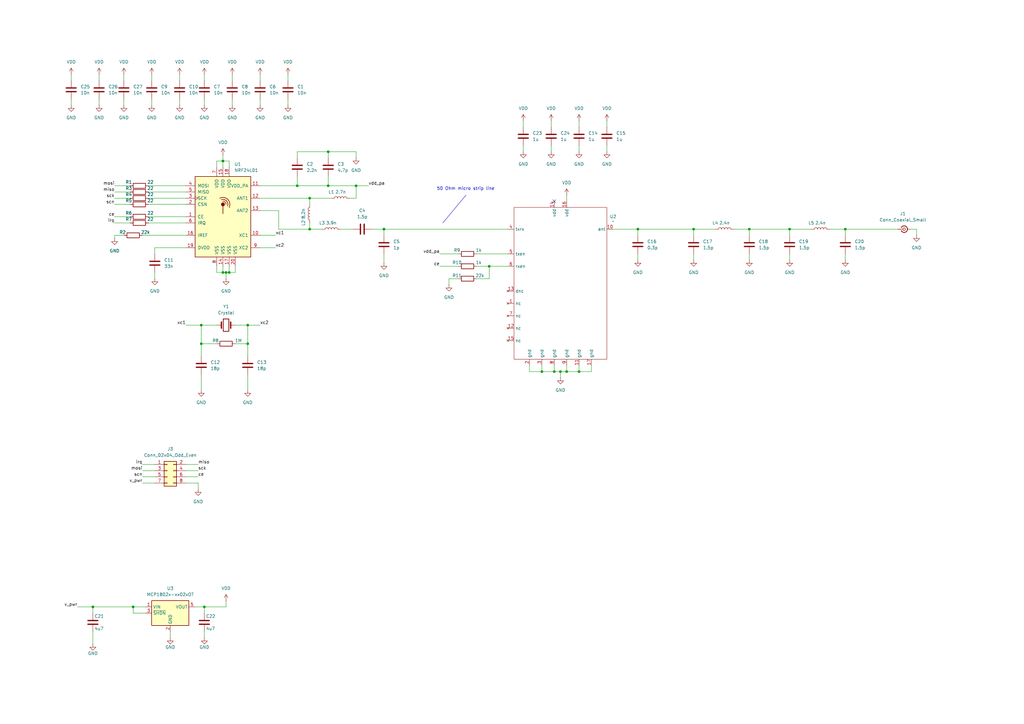
<source format=kicad_sch>
(kicad_sch (version 20250114) (generator "eeschema") (generator_version "9.0")
  (paper "A3")
  (lib_symbols
    (symbol "Connector:Conn_Coaxial_Small" (pin_numbers (hide yes)) (pin_names (offset 1.016) (hide yes))
      (property "Reference" "J" (at 0.254 3.048 0))
      (property "Value" "Conn_Coaxial_Small" (at 0 -3.81 0))
      (symbol "Conn_Coaxial_Small_0_1"
        (polyline (pts (xy -2.54 0) (xy -0.508 0)))
        (circle (center 0 0) (radius 0.508) (stroke (width 0.2032)))
      )
      (symbol "Conn_Coaxial_Small_1_1"
        (arc (start 1.3484 0.0039) (mid 0.327 -1.308) (end -1.1916 -0.6311) (stroke (width 0.3048)))
        (arc (start -1.1916 0.6311) (mid 0.327 1.3081) (end 1.3484 -0.0039) (stroke (width 0.3048)))
        (pin passive line (at -2.54 0 0) (length 1.27) (name "In") (number "1"))
        (pin passive line (at 2.54 0 180) (length 1.27) (name "Ext") (number "2"))
      )
    )
    (symbol "Connector_Generic:Conn_02x04_Odd_Even" (pin_names (offset 1.016) (hide yes))
      (property "Reference" "J" (at 1.27 5.08 0))
      (property "Value" "Conn_02x04_Odd_Even" (at 1.27 -7.62 0))
      (symbol "Conn_02x04_Odd_Even_1_1"
        (rectangle (start -1.27 3.81) (end 3.81 -6.35) (stroke (width 0.254)) (fill (type background)))
        (rectangle (start -1.27 2.667) (end 0 2.413) (stroke (width 0.1524)))
        (rectangle (start -1.27 0.127) (end 0 -0.127) (stroke (width 0.1524)))
        (rectangle (start -1.27 -2.413) (end 0 -2.667) (stroke (width 0.1524)))
        (rectangle (start -1.27 -4.953) (end 0 -5.207) (stroke (width 0.1524)))
        (rectangle (start 3.81 2.667) (end 2.54 2.413) (stroke (width 0.1524)))
        (rectangle (start 3.81 0.127) (end 2.54 -0.127) (stroke (width 0.1524)))
        (rectangle (start 3.81 -2.413) (end 2.54 -2.667) (stroke (width 0.1524)))
        (rectangle (start 3.81 -4.953) (end 2.54 -5.207) (stroke (width 0.1524)))
        (pin passive line (at -5.08 2.54 0) (length 3.81) (name "Pin_1") (number "1"))
        (pin passive line (at -5.08 0 0) (length 3.81) (name "Pin_3") (number "3"))
        (pin passive line (at -5.08 -2.54 0) (length 3.81) (name "Pin_5") (number "5"))
        (pin passive line (at -5.08 -5.08 0) (length 3.81) (name "Pin_7") (number "7"))
        (pin passive line (at 7.62 2.54 180) (length 3.81) (name "Pin_2") (number "2"))
        (pin passive line (at 7.62 0 180) (length 3.81) (name "Pin_4") (number "4"))
        (pin passive line (at 7.62 -2.54 180) (length 3.81) (name "Pin_6") (number "6"))
        (pin passive line (at 7.62 -5.08 180) (length 3.81) (name "Pin_8") (number "8"))
      )
    )
    (symbol "Device:C" (pin_numbers (hide yes)) (pin_names (offset 0.254))
      (property "Reference" "C" (at 0.635 2.54 0))
      (property "Value" "C" (at 0.635 -2.54 0))
      (symbol "C_0_1"
        (polyline (pts (xy -2.032 0.762) (xy 2.032 0.762)) (stroke (width 0.508)))
        (polyline (pts (xy -2.032 -0.762) (xy 2.032 -0.762)) (stroke (width 0.508)))
      )
      (symbol "C_1_1"
        (pin passive line (at 0 3.81 270) (length 2.794) (name "~") (number "1"))
        (pin passive line (at 0 -3.81 90) (length 2.794) (name "~") (number "2"))
      )
    )
    (symbol "Device:Crystal" (pin_numbers (hide yes)) (pin_names (offset 1.016) (hide yes))
      (property "Reference" "Y" (at 0 3.81 0))
      (property "Value" "Crystal" (at 0 -3.81 0))
      (symbol "Crystal_0_1"
        (polyline (pts (xy -2.54 0) (xy -1.905 0)))
        (polyline (pts (xy -1.905 -1.27) (xy -1.905 1.27)) (stroke (width 0.508)))
        (rectangle (start -1.143 2.54) (end 1.143 -2.54) (stroke (width 0.3048)))
        (polyline (pts (xy 1.905 -1.27) (xy 1.905 1.27)) (stroke (width 0.508)))
        (polyline (pts (xy 2.54 0) (xy 1.905 0)))
      )
      (symbol "Crystal_1_1"
        (pin passive line (at -3.81 0 0) (length 1.27) (name "1") (number "1"))
        (pin passive line (at 3.81 0 180) (length 1.27) (name "2") (number "2"))
      )
    )
    (symbol "Device:L" (pin_numbers (hide yes)) (pin_names (offset 1.016) (hide yes))
      (property "Reference" "L" (at -1.27 0 90))
      (property "Value" "L" (at 1.905 0 90))
      (symbol "L_0_1"
        (arc (start 0 2.54) (mid 0.6323 1.905) (end 0 1.27))
        (arc (start 0 1.27) (mid 0.6323 0.635) (end 0 0))
        (arc (start 0 0) (mid 0.6323 -0.635) (end 0 -1.27))
        (arc (start 0 -1.27) (mid 0.6323 -1.905) (end 0 -2.54))
      )
      (symbol "L_1_1"
        (pin passive line (at 0 3.81 270) (length 1.27) (name "1") (number "1"))
        (pin passive line (at 0 -3.81 90) (length 1.27) (name "2") (number "2"))
      )
    )
    (symbol "Device:R" (pin_numbers (hide yes)) (pin_names (offset 0))
      (property "Reference" "R" (at 2.032 0 90))
      (property "Value" "R" (at 0 0 90))
      (symbol "R_0_1"
        (rectangle (start -1.016 -2.54) (end 1.016 2.54) (stroke (width 0.254)))
      )
      (symbol "R_1_1"
        (pin passive line (at 0 3.81 270) (length 1.27) (name "~") (number "1"))
        (pin passive line (at 0 -3.81 90) (length 1.27) (name "~") (number "2"))
      )
    )
    (symbol "RF:NRF24L01" (pin_names (offset 1.016))
      (property "Reference" "U" (at -11.43 17.78 0))
      (property "Value" "NRF24L01" (at 5.08 17.78 0))
      (symbol "NRF24L01_0_1"
        (rectangle (start -11.43 16.51) (end 11.43 -16.51) (stroke (width 0.254)) (fill (type background)))
        (arc (start -1.27 7.62) (mid 2.008 7.088) (end 2.54 3.81) (stroke (width 0.254)))
        (circle (center 0 5.08) (radius 0.635) (stroke (width 0.254)) (fill (type outline)))
        (polyline (pts (xy 0 4.445) (xy 0 1.27)) (stroke (width 0.254)))
        (arc (start -0.635 6.985) (mid 1.4383 6.5183) (end 1.905 4.445) (stroke (width 0.254)))
        (arc (start 0 6.35) (mid 0.9108 5.9908) (end 1.27 5.08) (stroke (width 0.254)))
        (rectangle (start 11.43 -13.97) (end 11.43 -13.97))
      )
      (symbol "NRF24L01_1_1"
        (pin input line (at -15.24 12.7 0) (length 3.81) (name "MOSI") (number "4"))
        (pin output line (at -15.24 10.16 0) (length 3.81) (name "MISO") (number "5"))
        (pin input clock (at -15.24 7.62 0) (length 3.81) (name "SCK") (number "3"))
        (pin input line (at -15.24 5.08 0) (length 3.81) (name "CSN") (number "2"))
        (pin input line (at -15.24 0 0) (length 3.81) (name "CE") (number "1"))
        (pin output line (at -15.24 -2.54 0) (length 3.81) (name "IRQ") (number "6"))
        (pin passive line (at -15.24 -7.62 0) (length 3.81) (name "IREF") (number "16"))
        (pin power_out line (at -15.24 -12.7 0) (length 3.81) (name "DVDD") (number "19"))
        (pin power_in line (at -2.54 20.32 270) (length 3.81) (name "VDD") (number "7"))
        (pin power_in line (at -2.54 -20.32 90) (length 3.81) (name "VSS") (number "8"))
        (pin power_in line (at 0 20.32 270) (length 3.81) (name "VDD") (number "15"))
        (pin power_in line (at 0 -20.32 90) (length 3.81) (name "VSS") (number "14"))
        (pin power_in line (at 2.54 20.32 270) (length 3.81) (name "VDD") (number "18"))
        (pin power_in line (at 2.54 -20.32 90) (length 3.81) (name "VSS") (number "17"))
        (pin power_in line (at 5.08 -20.32 90) (length 3.81) (name "VSS") (number "20"))
        (pin power_out line (at 15.24 12.7 180) (length 3.81) (name "VDD_PA") (number "11"))
        (pin passive line (at 15.24 7.62 180) (length 3.81) (name "ANT1") (number "12"))
        (pin passive line (at 15.24 2.54 180) (length 3.81) (name "ANT2") (number "13"))
        (pin passive line (at 15.24 -7.62 180) (length 3.81) (name "XC1") (number "10"))
        (pin passive line (at 15.24 -12.7 180) (length 3.81) (name "XC2") (number "9"))
      )
    )
    (symbol "Regulator_Linear:MCP1802x-xx02xOT"
      (property "Reference" "U" (at -6.35 6.35 0))
      (property "Value" "MCP1802x-xx02xOT" (at 0 6.35 0))
      (symbol "MCP1802x-xx02xOT_0_1"
        (rectangle (start -7.62 5.08) (end 7.62 -5.08) (stroke (width 0.254)) (fill (type background)))
      )
      (symbol "MCP1802x-xx02xOT_1_1"
        (pin power_in line (at -10.16 2.54 0) (length 2.54) (name "VIN") (number "1"))
        (pin input line (at -10.16 0 0) (length 2.54) (name "~{SHDN}") (number "3"))
        (pin power_in line (at 0 -7.62 90) (length 2.54) (name "GND") (number "2"))
        (pin no_connect line (at 7.62 0 180) (length 2.54) (hide yes) (name "NC") (number "4"))
        (pin power_out line (at 10.16 2.54 180) (length 2.54) (name "VOUT") (number "5"))
      )
    )
    (symbol "power:GND" (power) (pin_numbers (hide yes)) (pin_names (offset 0) (hide yes))
      (property "Value" "GND" (at 0 -3.81 0))
      (symbol "GND_0_1"
        (polyline (pts (xy 0 0) (xy 0 -1.27) (xy 1.27 -1.27) (xy 0 -2.54) (xy -1.27 -1.27) (xy 0 -1.27)))
      )
      (symbol "GND_1_1"
        (pin power_in line (at 0 0 270) (length 0) (name "~") (number "1"))
      )
    )
    (symbol "power:VDD" (power) (pin_numbers (hide yes)) (pin_names (offset 0) (hide yes))
      (property "Value" "VDD" (at 0 3.556 0))
      (symbol "VDD_0_1"
        (polyline (pts (xy -0.762 1.27) (xy 0 2.54)))
        (polyline (pts (xy 0 2.54) (xy 0.762 1.27)))
        (polyline (pts (xy 0 0) (xy 0 2.54)))
      )
      (symbol "VDD_1_1"
        (pin power_in line (at 0 0 90) (length 0) (name "~") (number "1"))
      )
    )
    (symbol "rfx2401c:RFX2401C"
      (property "Reference" "U" (at 0 0 0))
      (property "Value" "RFX2401C" (at 0 0 0))
      (symbol "RFX2401C_0_1"
        (rectangle (start -19.05 29.21) (end 19.05 -33.02))
      )
      (symbol "RFX2401C_1_1"
        (pin bidirectional line (at -21.59 20.32 0) (length 2.54) (name "txrx") (number "4"))
        (pin input line (at -21.59 10.16 0) (length 2.54) (name "txen") (number "5"))
        (pin input line (at -21.59 5.08 0) (length 2.54) (name "rxen") (number "6"))
        (pin no_connect line (at -21.59 -5.08 0) (length 2.54) (name "dnc") (number "13"))
        (pin no_connect line (at -21.59 -10.16 0) (length 2.54) (name "nc") (number "1"))
        (pin no_connect line (at -21.59 -15.24 0) (length 2.54) (name "nc") (number "7"))
        (pin no_connect line (at -21.59 -20.32 0) (length 2.54) (name "nc") (number "12"))
        (pin no_connect line (at -21.59 -25.4 0) (length 2.54) (name "nc") (number "15"))
        (pin passive line (at -12.7 -35.56 90) (length 2.54) (name "gnd") (number "2"))
        (pin passive line (at -7.62 -35.56 90) (length 2.54) (name "gnd") (number "3"))
        (pin passive line (at -2.54 31.75 270) (length 2.54) (name "vdd") (number "14"))
        (pin passive line (at -2.54 -35.56 90) (length 2.54) (name "gnd") (number "8"))
        (pin power_in line (at 2.54 31.75 270) (length 2.54) (name "vdd") (number "16"))
        (pin passive line (at 2.54 -35.56 90) (length 2.54) (name "gnd") (number "9"))
        (pin passive line (at 7.62 -35.56 90) (length 2.54) (name "gnd") (number "11"))
        (pin passive line (at 12.7 -35.56 90) (length 2.54) (name "gnd") (number "17"))
        (pin bidirectional line (at 21.59 20.32 180) (length 2.54) (name "ant") (number "10"))
      )
    )
  )
  (text "50 Ohm micro strip line" (at 191.008 77.47 0) (effects (font (size 1.27 1.27))))
  (junction (at 92.71 111.76))
  (junction (at 307.34 93.98))
  (junction (at 38.1 248.92))
  (junction (at 237.49 152.4))
  (junction (at 127 93.98))
  (junction (at 82.55 133.35))
  (junction (at 284.48 93.98))
  (junction (at 127 81.28))
  (junction (at 200.66 109.22))
  (junction (at 121.92 76.2))
  (junction (at 157.48 93.98))
  (junction (at 93.98 111.76))
  (junction (at 146.05 76.2))
  (junction (at 91.44 66.04))
  (junction (at 261.62 93.98))
  (junction (at 134.62 76.2))
  (junction (at 232.41 152.4))
  (junction (at 346.71 93.98))
  (junction (at 54.61 248.92))
  (junction (at 222.25 152.4))
  (junction (at 82.55 140.97))
  (junction (at 101.6 133.35))
  (junction (at 229.87 152.4))
  (junction (at 323.85 93.98))
  (junction (at 227.33 152.4))
  (junction (at 101.6 140.97))
  (junction (at 134.62 62.23))
  (junction (at 83.82 248.92))
  (junction (at 91.44 111.76))
  (no_connect (at 227.33 82.55))
  (wire (pts (xy 134.62 62.23) (xy 146.05 62.23)))
  (wire (pts (xy 46.99 78.74) (xy 53.34 78.74)))
  (wire (pts (xy 91.44 66.04) (xy 93.98 66.04)))
  (wire (pts (xy 237.49 152.4) (xy 242.57 152.4)))
  (wire (pts (xy 38.1 259.08) (xy 38.1 264.16)))
  (wire (pts (xy 232.41 152.4) (xy 232.41 149.86)))
  (wire (pts (xy 101.6 146.05) (xy 101.6 140.97)))
  (wire (pts (xy 58.42 198.12) (xy 63.5 198.12)))
  (wire (pts (xy 92.71 111.76) (xy 92.71 114.3)))
  (wire (pts (xy 76.2 101.6) (xy 63.5 101.6)))
  (wire (pts (xy 93.98 111.76) (xy 96.52 111.76)))
  (wire (pts (xy 118.11 40.64) (xy 118.11 43.18)))
  (wire (pts (xy 80.01 248.92) (xy 83.82 248.92)))
  (wire (pts (xy 63.5 111.76) (xy 63.5 114.3)))
  (wire (pts (xy 307.34 93.98) (xy 307.34 96.52)))
  (wire (pts (xy 214.63 49.53) (xy 214.63 52.07)))
  (wire (pts (xy 195.58 104.14) (xy 208.28 104.14)))
  (wire (pts (xy 248.92 59.69) (xy 248.92 62.23)))
  (wire (pts (xy 106.68 96.52) (xy 113.03 96.52)))
  (wire (pts (xy 93.98 111.76) (xy 93.98 109.22)))
  (wire (pts (xy 121.92 62.23) (xy 134.62 62.23)))
  (wire (pts (xy 46.99 96.52) (xy 46.99 97.79)))
  (wire (pts (xy 73.66 30.48) (xy 73.66 33.02)))
  (wire (pts (xy 180.34 109.22) (xy 187.96 109.22)))
  (wire (pts (xy 29.21 30.48) (xy 29.21 33.02)))
  (wire (pts (xy 88.9 68.58) (xy 88.9 66.04)))
  (wire (pts (xy 323.85 93.98) (xy 323.85 96.52)))
  (wire (pts (xy 81.28 198.12) (xy 81.28 200.66)))
  (wire (pts (xy 340.36 93.98) (xy 346.71 93.98)))
  (wire (pts (xy 106.68 86.36) (xy 114.3 86.36)))
  (wire (pts (xy 40.64 30.48) (xy 40.64 33.02)))
  (wire (pts (xy 346.71 93.98) (xy 346.71 96.52)))
  (wire (pts (xy 83.82 248.92) (xy 83.82 251.46)))
  (wire (pts (xy 63.5 101.6) (xy 63.5 104.14)))
  (wire (pts (xy 127 93.98) (xy 127 91.44)))
  (wire (pts (xy 261.62 93.98) (xy 284.48 93.98)))
  (wire (pts (xy 187.96 114.3) (xy 184.15 114.3)))
  (wire (pts (xy 54.61 248.92) (xy 59.69 248.92)))
  (wire (pts (xy 46.99 76.2) (xy 53.34 76.2)))
  (wire (pts (xy 200.66 109.22) (xy 208.28 109.22)))
  (wire (pts (xy 134.62 76.2) (xy 134.62 72.39)))
  (wire (pts (xy 261.62 104.14) (xy 261.62 106.68)))
  (wire (pts (xy 229.87 152.4) (xy 232.41 152.4)))
  (wire (pts (xy 50.8 30.48) (xy 50.8 33.02)))
  (wire (pts (xy 38.1 248.92) (xy 54.61 248.92)))
  (wire (pts (xy 346.71 93.98) (xy 368.3 93.98)))
  (wire (pts (xy 227.33 152.4) (xy 229.87 152.4)))
  (wire (pts (xy 91.44 111.76) (xy 91.44 109.22)))
  (wire (pts (xy 62.23 40.64) (xy 62.23 43.18)))
  (wire (pts (xy 114.3 93.98) (xy 127 93.98)))
  (wire (pts (xy 88.9 66.04) (xy 91.44 66.04)))
  (wire (pts (xy 184.15 114.3) (xy 184.15 116.84)))
  (wire (pts (xy 59.69 251.46) (xy 54.61 251.46)))
  (wire (pts (xy 95.25 30.48) (xy 95.25 33.02)))
  (wire (pts (xy 284.48 104.14) (xy 284.48 106.68)))
  (wire (pts (xy 38.1 248.92) (xy 38.1 251.46)))
  (wire (pts (xy 83.82 248.92) (xy 92.71 248.92)))
  (wire (pts (xy 307.34 104.14) (xy 307.34 106.68)))
  (wire (pts (xy 284.48 93.98) (xy 284.48 96.52)))
  (wire (pts (xy 82.55 133.35) (xy 88.9 133.35)))
  (wire (pts (xy 237.49 59.69) (xy 237.49 62.23)))
  (wire (pts (xy 200.66 114.3) (xy 200.66 109.22)))
  (polyline (pts (xy 181.61 91.44) (xy 191.135 80.01)))
  (wire (pts (xy 242.57 152.4) (xy 242.57 149.86)))
  (wire (pts (xy 83.82 40.64) (xy 83.82 43.18)))
  (wire (pts (xy 50.8 96.52) (xy 46.99 96.52)))
  (wire (pts (xy 91.44 66.04) (xy 91.44 68.58)))
  (wire (pts (xy 134.62 64.77) (xy 134.62 62.23)))
  (wire (pts (xy 373.38 93.98) (xy 375.92 93.98)))
  (wire (pts (xy 76.2 195.58) (xy 81.28 195.58)))
  (wire (pts (xy 83.82 30.48) (xy 83.82 33.02)))
  (wire (pts (xy 54.61 251.46) (xy 54.61 248.92)))
  (wire (pts (xy 95.25 40.64) (xy 95.25 43.18)))
  (wire (pts (xy 69.85 259.08) (xy 69.85 261.62)))
  (wire (pts (xy 146.05 81.28) (xy 146.05 76.2)))
  (wire (pts (xy 248.92 49.53) (xy 248.92 52.07)))
  (wire (pts (xy 82.55 140.97) (xy 88.9 140.97)))
  (wire (pts (xy 232.41 80.01) (xy 232.41 82.55)))
  (wire (pts (xy 76.2 193.04) (xy 81.28 193.04)))
  (wire (pts (xy 83.82 259.08) (xy 83.82 261.62)))
  (wire (pts (xy 91.44 63.5) (xy 91.44 66.04)))
  (wire (pts (xy 227.33 152.4) (xy 227.33 149.86)))
  (wire (pts (xy 96.52 133.35) (xy 101.6 133.35)))
  (wire (pts (xy 60.96 83.82) (xy 76.2 83.82)))
  (wire (pts (xy 127 81.28) (xy 127 83.82)))
  (wire (pts (xy 58.42 193.04) (xy 63.5 193.04)))
  (wire (pts (xy 261.62 93.98) (xy 261.62 96.52)))
  (wire (pts (xy 323.85 104.14) (xy 323.85 106.68)))
  (wire (pts (xy 101.6 153.67) (xy 101.6 160.02)))
  (wire (pts (xy 114.3 86.36) (xy 114.3 93.98)))
  (wire (pts (xy 76.2 190.5) (xy 81.28 190.5)))
  (wire (pts (xy 29.21 40.64) (xy 29.21 43.18)))
  (wire (pts (xy 82.55 140.97) (xy 82.55 133.35)))
  (wire (pts (xy 152.4 93.98) (xy 157.48 93.98)))
  (wire (pts (xy 101.6 133.35) (xy 106.68 133.35)))
  (wire (pts (xy 50.8 40.64) (xy 50.8 43.18)))
  (wire (pts (xy 93.98 66.04) (xy 93.98 68.58)))
  (wire (pts (xy 237.49 49.53) (xy 237.49 52.07)))
  (wire (pts (xy 106.68 101.6) (xy 113.03 101.6)))
  (wire (pts (xy 106.68 30.48) (xy 106.68 33.02)))
  (wire (pts (xy 214.63 59.69) (xy 214.63 62.23)))
  (wire (pts (xy 76.2 133.35) (xy 82.55 133.35)))
  (wire (pts (xy 146.05 76.2) (xy 151.13 76.2)))
  (wire (pts (xy 157.48 93.98) (xy 208.28 93.98)))
  (wire (pts (xy 60.96 91.44) (xy 76.2 91.44)))
  (wire (pts (xy 76.2 198.12) (xy 81.28 198.12)))
  (wire (pts (xy 180.34 104.14) (xy 187.96 104.14)))
  (wire (pts (xy 229.87 152.4) (xy 229.87 154.94)))
  (wire (pts (xy 60.96 81.28) (xy 76.2 81.28)))
  (wire (pts (xy 101.6 140.97) (xy 101.6 133.35)))
  (wire (pts (xy 40.64 40.64) (xy 40.64 43.18)))
  (wire (pts (xy 143.51 81.28) (xy 146.05 81.28)))
  (wire (pts (xy 58.42 96.52) (xy 76.2 96.52)))
  (wire (pts (xy 118.11 30.48) (xy 118.11 33.02)))
  (wire (pts (xy 127 93.98) (xy 132.08 93.98)))
  (wire (pts (xy 91.44 111.76) (xy 92.71 111.76)))
  (wire (pts (xy 284.48 93.98) (xy 293.37 93.98)))
  (wire (pts (xy 73.66 40.64) (xy 73.66 43.18)))
  (wire (pts (xy 217.17 149.86) (xy 217.17 152.4)))
  (wire (pts (xy 46.99 88.9) (xy 53.34 88.9)))
  (wire (pts (xy 106.68 81.28) (xy 127 81.28)))
  (wire (pts (xy 157.48 104.14) (xy 157.48 107.95)))
  (wire (pts (xy 232.41 152.4) (xy 237.49 152.4)))
  (wire (pts (xy 88.9 109.22) (xy 88.9 111.76)))
  (wire (pts (xy 60.96 88.9) (xy 76.2 88.9)))
  (wire (pts (xy 307.34 93.98) (xy 323.85 93.98)))
  (wire (pts (xy 60.96 76.2) (xy 76.2 76.2)))
  (wire (pts (xy 121.92 62.23) (xy 121.92 64.77)))
  (wire (pts (xy 121.92 76.2) (xy 134.62 76.2)))
  (wire (pts (xy 226.06 49.53) (xy 226.06 52.07)))
  (wire (pts (xy 31.75 248.92) (xy 38.1 248.92)))
  (wire (pts (xy 46.99 81.28) (xy 53.34 81.28)))
  (wire (pts (xy 134.62 76.2) (xy 146.05 76.2)))
  (wire (pts (xy 60.96 78.74) (xy 76.2 78.74)))
  (wire (pts (xy 121.92 76.2) (xy 121.92 72.39)))
  (wire (pts (xy 82.55 146.05) (xy 82.55 140.97)))
  (wire (pts (xy 251.46 93.98) (xy 261.62 93.98)))
  (wire (pts (xy 195.58 109.22) (xy 200.66 109.22)))
  (wire (pts (xy 157.48 93.98) (xy 157.48 96.52)))
  (wire (pts (xy 58.42 195.58) (xy 63.5 195.58)))
  (wire (pts (xy 127 81.28) (xy 135.89 81.28)))
  (wire (pts (xy 58.42 190.5) (xy 63.5 190.5)))
  (wire (pts (xy 217.17 152.4) (xy 222.25 152.4)))
  (wire (pts (xy 82.55 153.67) (xy 82.55 160.02)))
  (wire (pts (xy 96.52 111.76) (xy 96.52 109.22)))
  (wire (pts (xy 139.7 93.98) (xy 144.78 93.98)))
  (wire (pts (xy 46.99 83.82) (xy 53.34 83.82)))
  (wire (pts (xy 222.25 152.4) (xy 222.25 149.86)))
  (wire (pts (xy 300.99 93.98) (xy 307.34 93.98)))
  (wire (pts (xy 346.71 104.14) (xy 346.71 106.68)))
  (wire (pts (xy 226.06 59.69) (xy 226.06 62.23)))
  (wire (pts (xy 106.68 76.2) (xy 121.92 76.2)))
  (wire (pts (xy 222.25 152.4) (xy 227.33 152.4)))
  (wire (pts (xy 375.92 93.98) (xy 375.92 96.52)))
  (wire (pts (xy 88.9 111.76) (xy 91.44 111.76)))
  (wire (pts (xy 323.85 93.98) (xy 332.74 93.98)))
  (wire (pts (xy 237.49 152.4) (xy 237.49 149.86)))
  (wire (pts (xy 146.05 62.23) (xy 146.05 64.77)))
  (wire (pts (xy 106.68 40.64) (xy 106.68 43.18)))
  (wire (pts (xy 46.99 91.44) (xy 53.34 91.44)))
  (wire (pts (xy 92.71 248.92) (xy 92.71 246.38)))
  (wire (pts (xy 92.71 111.76) (xy 93.98 111.76)))
  (wire (pts (xy 195.58 114.3) (xy 200.66 114.3)))
  (wire (pts (xy 62.23 30.48) (xy 62.23 33.02)))
  (wire (pts (xy 96.52 140.97) (xy 101.6 140.97)))
  (label "ce" (at 81.28 195.58 0))
  (label "xc1" (at 113.03 96.52 0))
  (label "vdd_pa" (at 151.13 76.2 0))
  (label "ce" (at 180.34 109.22 180))
  (label "xc2" (at 113.03 101.6 0))
  (label "vdd_pa" (at 180.34 104.14 180))
  (label "scn" (at 46.99 83.82 180))
  (label "mosi" (at 58.42 193.04 180))
  (label "xc2" (at 106.68 133.35 0))
  (label "sck" (at 81.28 193.04 0))
  (label "xc1" (at 76.2 133.35 180))
  (label "scn" (at 58.42 195.58 180))
  (label "miso" (at 46.99 78.74 180))
  (label "miso" (at 81.28 190.5 0))
  (label "v_pwr" (at 31.75 248.92 180))
  (label "v_pwr" (at 58.42 198.12 180))
  (label "sck" (at 46.99 81.28 180))
  (label "mosi" (at 46.99 76.2 180))
  (label "irq" (at 46.99 91.44 180))
  (label "irq" (at 58.42 190.5 180))
  (label "ce" (at 46.99 88.9 180))
  (symbol (lib_id "power:GND") (at 101.6 160.02 0) (unit 1)
    (property "Reference" "#PWR020" (effects (hide yes)))
    (property "Value" "GND" (at 101.6 165.1 0))
    (property "Description" "Power symbol creates a global label with name \"GND\" , ground" (effects (hide yes)))
  )
  (symbol (lib_id "power:VDD") (at 40.64 30.48 0) (unit 1)
    (property "Reference" "#PWR045" (effects (hide yes)))
    (property "Value" "VDD" (at 40.64 25.4 0))
    (property "Description" "Power symbol creates a global label with name \"VDD\"" (effects (hide yes)))
  )
  (symbol (lib_id "Device:L") (at 127 87.63 180) (unit 1)
    (property "Reference" "L2" (at 124.46 91.44 90))
    (property "Value" "8.2n" (at 124.46 87.63 90))
    (property "Footprint" "Inductor_SMD:L_0402_1005Metric" (effects (hide yes)))
    (property "Description" "Inductor" (effects (hide yes)))
    (property "url" "https://www.digikey.com/en/products/detail/murata-electronics/LQG15WZ8N2J02D/6798723" (effects (hide yes)))
  )
  (symbol (lib_id "Device:L") (at 135.89 93.98 90) (unit 1)
    (property "Reference" "L3" (at 132.08 91.44 90))
    (property "Value" "3.9n" (at 135.89 91.44 90))
    (property "Footprint" "Inductor_SMD:L_0402_1005Metric" (effects (hide yes)))
    (property "Description" "Inductor" (effects (hide yes)))
    (property "url" "https://www.digikey.com/en/products/detail/murata-electronics/LQG15HS3N9S02D/662866?s=N4IgTCBcDaIDIEUDiBGArACQMoGYByAnFgAxgAiIAugL5A" (effects (hide yes)))
  )
  (symbol (lib_id "power:GND") (at 307.34 106.68 0) (unit 1)
    (property "Reference" "#PWR028" (effects (hide yes)))
    (property "Value" "GND" (at 307.34 111.76 0))
    (property "Description" "Power symbol creates a global label with name \"GND\" , ground" (effects (hide yes)))
  )
  (symbol (lib_id "power:VDD") (at 226.06 49.53 0) (unit 1)
    (property "Reference" "#PWR040" (effects (hide yes)))
    (property "Value" "VDD" (at 226.06 44.45 0))
    (property "Description" "Power symbol creates a global label with name \"VDD\"" (effects (hide yes)))
  )
  (symbol (lib_id "power:GND") (at 62.23 43.18 0) (unit 1)
    (property "Reference" "#PWR014" (effects (hide yes)))
    (property "Value" "GND" (at 62.23 48.26 0))
    (property "Description" "Power symbol creates a global label with name \"GND\" , ground" (effects (hide yes)))
  )
  (symbol (lib_id "Device:C") (at 226.06 55.88 0) (unit 1)
    (property "Reference" "C24" (at 229.87 54.6099 0) (effects (justify left)))
    (property "Value" "1u" (at 229.87 57.1499 0) (effects (justify left)))
    (property "Footprint" "Capacitor_SMD:C_0402_1005Metric" (effects (hide yes)))
    (property "Description" "Unpolarized capacitor" (effects (hide yes)))
    (property "url" "https://www.digikey.com/en/products/detail/yageo/CC0402KRX5R6BB105/2833604" (effects (hide yes)))
  )
  (symbol (lib_id "power:GND") (at 157.48 107.95 0) (unit 1)
    (property "Reference" "#PWR04" (effects (hide yes)))
    (property "Value" "GND" (at 157.48 113.03 0))
    (property "Description" "Power symbol creates a global label with name \"GND\" , ground" (effects (hide yes)))
  )
  (symbol (lib_id "power:GND") (at 95.25 43.18 0) (unit 1)
    (property "Reference" "#PWR012" (effects (hide yes)))
    (property "Value" "GND" (at 95.25 48.26 0))
    (property "Description" "Power symbol creates a global label with name \"GND\" , ground" (effects (hide yes)))
  )
  (symbol (lib_id "power:GND") (at 69.85 261.62 0) (unit 1)
    (property "Reference" "#PWR043" (effects (hide yes)))
    (property "Value" "GND" (at 69.85 265.43 0))
    (property "Description" "Power symbol creates a global label with name \"GND\" , ground" (effects (hide yes)))
  )
  (symbol (lib_id "Device:R") (at 57.15 91.44 90) (unit 1)
    (property "Reference" "R7" (at 52.832 89.916 90))
    (property "Value" "22" (at 61.722 89.916 90))
    (property "Footprint" "Resistor_SMD:R_0402_1005Metric" (effects (hide yes)))
    (property "Description" "Resistor" (effects (hide yes)))
    (property "url" "https://www.digikey.com/en/products/detail/yageo/AC0402JR-0722RL/5895625" (effects (hide yes)))
  )
  (symbol (lib_id "Device:C") (at 307.34 100.33 180) (unit 1)
    (property "Reference" "C18" (at 311.15 99.0599 0) (effects (justify right)))
    (property "Value" "1.5p" (at 311.15 101.5999 0) (effects (justify right)))
    (property "Footprint" "Capacitor_SMD:C_0402_1005Metric" (effects (hide yes)))
    (property "Description" "Unpolarized capacitor" (effects (hide yes)))
    (property "url" "https://www.digikey.com/en/products/detail/yageo/CQ0402ARNPO9BN1R5/6097707" (effects (hide yes)))
  )
  (symbol (lib_id "Device:R") (at 57.15 78.74 90) (unit 1)
    (property "Reference" "R3" (at 52.832 77.216 90))
    (property "Value" "22" (at 61.722 77.216 90))
    (property "Footprint" "Resistor_SMD:R_0402_1005Metric" (effects (hide yes)))
    (property "Description" "Resistor" (effects (hide yes)))
    (property "url" "https://www.digikey.com/en/products/detail/yageo/AC0402JR-0722RL/5895625" (effects (hide yes)))
  )
  (symbol (lib_id "power:GND") (at 375.92 96.52 0) (unit 1)
    (property "Reference" "#PWR032" (effects (hide yes)))
    (property "Value" "GND" (at 375.92 101.6 0))
    (property "Description" "Power symbol creates a global label with name \"GND\" , ground" (effects (hide yes)))
  )
  (symbol (lib_id "Device:C") (at 62.23 36.83 0) (unit 1)
    (property "Reference" "C9" (at 66.04 35.5599 0) (effects (justify left)))
    (property "Value" "10n" (at 66.04 38.0999 0) (effects (justify left)))
    (property "Footprint" "Capacitor_SMD:C_0402_1005Metric" (effects (hide yes)))
    (property "Description" "Unpolarized capacitor" (effects (hide yes)))
    (property "url" "https://www.digikey.com/en/products/detail/yageo/CC0402KRX7R9BB103/2103087" (effects (hide yes)))
  )
  (symbol (lib_id "Device:C") (at 63.5 107.95 0) (unit 1)
    (property "Reference" "C11" (at 67.31 106.6799 0) (effects (justify left)))
    (property "Value" "33n" (at 67.31 109.2199 0) (effects (justify left)))
    (property "Footprint" "Capacitor_SMD:C_0402_1005Metric" (effects (hide yes)))
    (property "Description" "Unpolarized capacitor" (effects (hide yes)))
    (property "url" "https://www.digikey.com/en/products/detail/yageo/CC0402KRX7R7BB333/2833585" (effects (hide yes)))
  )
  (symbol (lib_id "power:GND") (at 323.85 106.68 0) (unit 1)
    (property "Reference" "#PWR029" (effects (hide yes)))
    (property "Value" "GND" (at 323.85 111.76 0))
    (property "Description" "Power symbol creates a global label with name \"GND\" , ground" (effects (hide yes)))
  )
  (symbol (lib_id "power:VDD") (at 95.25 30.48 0) (unit 1)
    (property "Reference" "#PWR011" (effects (hide yes)))
    (property "Value" "VDD" (at 95.25 25.4 0))
    (property "Description" "Power symbol creates a global label with name \"VDD\"" (effects (hide yes)))
  )
  (symbol (lib_id "power:GND") (at 50.8 43.18 0) (unit 1)
    (property "Reference" "#PWR048" (effects (hide yes)))
    (property "Value" "GND" (at 50.8 48.26 0))
    (property "Description" "Power symbol creates a global label with name \"GND\" , ground" (effects (hide yes)))
  )
  (symbol (lib_id "Device:C") (at 214.63 55.88 0) (unit 1)
    (property "Reference" "C23" (at 218.44 54.6099 0) (effects (justify left)))
    (property "Value" "1u" (at 218.44 57.1499 0) (effects (justify left)))
    (property "Footprint" "Capacitor_SMD:C_0402_1005Metric" (effects (hide yes)))
    (property "Description" "Unpolarized capacitor" (effects (hide yes)))
    (property "url" "https://www.digikey.com/en/products/detail/yageo/CC0402KRX5R6BB105/2833604" (effects (hide yes)))
  )
  (symbol (lib_id "power:GND") (at 40.64 43.18 0) (unit 1)
    (property "Reference" "#PWR046" (effects (hide yes)))
    (property "Value" "GND" (at 40.64 48.26 0))
    (property "Description" "Power symbol creates a global label with name \"GND\" , ground" (effects (hide yes)))
  )
  (symbol (lib_id "Device:C") (at 82.55 149.86 0) (unit 1)
    (property "Reference" "C12" (at 86.36 148.5899 0) (effects (justify left)))
    (property "Value" "18p" (at 86.36 151.1299 0) (effects (justify left)))
    (property "Footprint" "Capacitor_SMD:C_0402_1005Metric" (effects (hide yes)))
    (property "Description" "Unpolarized capacitor" (effects (hide yes)))
    (property "url" "https://www.digikey.com/en/products/detail/yageo/CC0402JRNPO9BN180/2833580" (effects (hide yes)))
  )
  (symbol (lib_id "Device:L") (at 336.55 93.98 90) (unit 1)
    (property "Reference" "L5" (at 332.74 91.44 90))
    (property "Value" "2.4n" (at 336.55 91.44 90))
    (property "Footprint" "Inductor_SMD:L_0402_1005Metric" (effects (hide yes)))
    (property "Description" "Inductor" (effects (hide yes)))
    (property "url" "https://www.digikey.com/en/products/detail/murata-electronics/lqg15hs2n4s02d/2594219" (effects (hide yes)))
  )
  (symbol (lib_id "power:VDD") (at 248.92 49.53 0) (unit 1)
    (property "Reference" "#PWR024" (effects (hide yes)))
    (property "Value" "VDD" (at 248.92 44.45 0))
    (property "Description" "Power symbol creates a global label with name \"VDD\"" (effects (hide yes)))
  )
  (symbol (lib_id "power:GND") (at 118.11 43.18 0) (unit 1)
    (property "Reference" "#PWR06" (effects (hide yes)))
    (property "Value" "GND" (at 118.11 48.26 0))
    (property "Description" "Power symbol creates a global label with name \"GND\" , ground" (effects (hide yes)))
  )
  (symbol (lib_id "power:GND") (at 229.87 154.94 0) (unit 1)
    (property "Reference" "#PWR021" (effects (hide yes)))
    (property "Value" "GND" (at 229.87 160.02 0))
    (property "Description" "Power symbol creates a global label with name \"GND\" , ground" (effects (hide yes)))
  )
  (symbol (lib_id "Device:C") (at 101.6 149.86 0) (unit 1)
    (property "Reference" "C13" (at 105.41 148.5899 0) (effects (justify left)))
    (property "Value" "18p" (at 105.41 151.1299 0) (effects (justify left)))
    (property "Footprint" "Capacitor_SMD:C_0402_1005Metric" (effects (hide yes)))
    (property "Description" "Unpolarized capacitor" (effects (hide yes)))
    (property "url" "https://www.digikey.com/en/products/detail/yageo/CC0402JRNPO9BN180/2833580" (effects (hide yes)))
  )
  (symbol (lib_id "Device:R") (at 191.77 104.14 90) (unit 1)
    (property "Reference" "R9" (at 187.452 102.616 90))
    (property "Value" "1k" (at 196.342 102.616 90))
    (property "Footprint" "Resistor_SMD:R_0402_1005Metric" (effects (hide yes)))
    (property "Description" "Resistor" (effects (hide yes)))
    (property "url" "https://www.digikey.com/en/products/detail/yageo/RC0402JR-071KL/726408" (effects (hide yes)))
  )
  (symbol (lib_id "Device:C") (at 261.62 100.33 180) (unit 1)
    (property "Reference" "C16" (at 265.43 99.0599 0) (effects (justify right)))
    (property "Value" "0.3p" (at 265.43 101.5999 0) (effects (justify right)))
    (property "Footprint" "Capacitor_SMD:C_0402_1005Metric" (effects (hide yes)))
    (property "Description" "Unpolarized capacitor" (effects (hide yes)))
    (property "url" "https://www.digikey.com/en/products/detail/yageo/CQ0402ARNPO9BNR30/6097712" (effects (hide yes)))
  )
  (symbol (lib_id "power:GND") (at 106.68 43.18 0) (unit 1)
    (property "Reference" "#PWR08" (effects (hide yes)))
    (property "Value" "GND" (at 106.68 48.26 0))
    (property "Description" "Power symbol creates a global label with name \"GND\" , ground" (effects (hide yes)))
  )
  (symbol (lib_id "Device:R") (at 191.77 109.22 90) (unit 1)
    (property "Reference" "R10" (at 187.452 107.696 90))
    (property "Value" "1k" (at 196.342 107.696 90))
    (property "Footprint" "Resistor_SMD:R_0402_1005Metric" (effects (hide yes)))
    (property "Description" "Resistor" (effects (hide yes)))
    (property "url" "https://www.digikey.com/en/products/detail/yageo/RC0402JR-071KL/726408" (effects (hide yes)))
  )
  (symbol (lib_id "Device:C") (at 118.11 36.83 0) (unit 1)
    (property "Reference" "C1" (at 121.92 35.5599 0) (effects (justify left)))
    (property "Value" "10n" (at 121.92 38.0999 0) (effects (justify left)))
    (property "Footprint" "Capacitor_SMD:C_0402_1005Metric" (effects (hide yes)))
    (property "Description" "Unpolarized capacitor" (effects (hide yes)))
    (property "url" "https://www.digikey.com/en/products/detail/yageo/CC0402KRX7R9BB103/2103087" (effects (hide yes)))
  )
  (symbol (lib_id "Connector_Generic:Conn_02x04_Odd_Even") (at 68.58 193.04 0) (unit 1)
    (property "Reference" "J3" (at 69.85 184.15 0))
    (property "Value" "Conn_02x04_Odd_Even" (at 69.85 186.69 0))
    (property "Footprint" "Connector_PinHeader_2.54mm:PinHeader_2x04_P2.54mm_Vertical" (effects (hide yes)))
    (property "Description" "Generic connector, double row, 02x04, odd/even pin numbering scheme (row 1 odd numbers, row 2 even numbers), script generated (kicad-library-utils/schlib/autogen/connector/)" (effects (hide yes)))
  )
  (symbol (lib_id "power:VDD") (at 232.41 80.01 0) (unit 1)
    (property "Reference" "#PWR030" (effects (hide yes)))
    (property "Value" "VDD" (at 232.41 74.93 0))
    (property "Description" "Power symbol creates a global label with name \"VDD\"" (effects (hide yes)))
  )
  (symbol (lib_id "power:GND") (at 83.82 261.62 0) (unit 1)
    (property "Reference" "#PWR035" (effects (hide yes)))
    (property "Value" "GND" (at 83.82 265.43 0))
    (property "Description" "Power symbol creates a global label with name \"GND\" , ground" (effects (hide yes)))
  )
  (symbol (lib_id "power:GND") (at 261.62 106.68 0) (unit 1)
    (property "Reference" "#PWR026" (effects (hide yes)))
    (property "Value" "GND" (at 261.62 111.76 0))
    (property "Description" "Power symbol creates a global label with name \"GND\" , ground" (effects (hide yes)))
  )
  (symbol (lib_id "power:VDD") (at 83.82 30.48 0) (unit 1)
    (property "Reference" "#PWR09" (effects (hide yes)))
    (property "Value" "VDD" (at 83.82 25.4 0))
    (property "Description" "Power symbol creates a global label with name \"VDD\"" (effects (hide yes)))
  )
  (symbol (lib_id "Device:C") (at 157.48 100.33 180) (unit 1)
    (property "Reference" "C5" (at 161.29 99.0599 0) (effects (justify right)))
    (property "Value" "1p" (at 161.29 101.5999 0) (effects (justify right)))
    (property "Footprint" "Capacitor_SMD:C_0402_1005Metric" (effects (hide yes)))
    (property "Description" "Unpolarized capacitor" (effects (hide yes)))
    (property "url" "https://www.digikey.com/en/products/detail/yageo/CQ0402BRNPO9BN1R0/5884881" (effects (hide yes)))
  )
  (symbol (lib_id "Device:C") (at 40.64 36.83 0) (unit 1)
    (property "Reference" "C26" (at 44.45 35.5599 0) (effects (justify left)))
    (property "Value" "10n" (at 44.45 38.0999 0) (effects (justify left)))
    (property "Footprint" "Capacitor_SMD:C_0402_1005Metric" (effects (hide yes)))
    (property "Description" "Unpolarized capacitor" (effects (hide yes)))
    (property "url" "https://www.digikey.com/en/products/detail/yageo/CC0402KRX7R9BB103/2103087" (effects (hide yes)))
  )
  (symbol (lib_id "Device:C") (at 248.92 55.88 0) (unit 1)
    (property "Reference" "C15" (at 252.73 54.6099 0) (effects (justify left)))
    (property "Value" "1u" (at 252.73 57.1499 0) (effects (justify left)))
    (property "Footprint" "Capacitor_SMD:C_0402_1005Metric" (effects (hide yes)))
    (property "Description" "Unpolarized capacitor" (effects (hide yes)))
    (property "url" "https://www.digikey.com/en/products/detail/yageo/CC0402KRX5R6BB105/2833604" (effects (hide yes)))
  )
  (symbol (lib_id "Device:C") (at 346.71 100.33 180) (unit 1)
    (property "Reference" "C20" (at 350.52 99.0599 0) (effects (justify right)))
    (property "Value" "1.5p" (at 350.52 101.5999 0) (effects (justify right)))
    (property "Footprint" "Capacitor_SMD:C_0402_1005Metric" (effects (hide yes)))
    (property "Description" "Unpolarized capacitor" (effects (hide yes)))
    (property "url" "https://www.digikey.com/en/products/detail/yageo/CQ0402ARNPO9BN1R5/6097707" (effects (hide yes)))
  )
  (symbol (lib_id "Device:Crystal") (at 92.71 133.35 0) (unit 1)
    (property "Reference" "Y1" (at 92.71 125.73 0))
    (property "Value" "Crystal" (at 92.71 128.27 0))
    (property "Footprint" "Crystal:Crystal_HC18-U_Vertical" (effects (hide yes)))
    (property "Description" "Two pin crystal" (effects (hide yes)))
    (property "url" "https://www.digikey.com/en/products/detail/ecs-inc/ECS-160-12-4X-GM/18108720" (effects (hide yes)))
  )
  (symbol (lib_id "Device:C") (at 29.21 36.83 0) (unit 1)
    (property "Reference" "C25" (at 33.02 35.5599 0) (effects (justify left)))
    (property "Value" "10n" (at 33.02 38.0999 0) (effects (justify left)))
    (property "Footprint" "Capacitor_SMD:C_0402_1005Metric" (effects (hide yes)))
    (property "Description" "Unpolarized capacitor" (effects (hide yes)))
    (property "url" "https://www.digikey.com/en/products/detail/yageo/CC0402KRX7R9BB103/2103087" (effects (hide yes)))
  )
  (symbol (lib_id "power:GND") (at 237.49 62.23 0) (unit 1)
    (property "Reference" "#PWR023" (effects (hide yes)))
    (property "Value" "GND" (at 237.49 67.31 0))
    (property "Description" "Power symbol creates a global label with name \"GND\" , ground" (effects (hide yes)))
  )
  (symbol (lib_id "power:VDD") (at 73.66 30.48 0) (unit 1)
    (property "Reference" "#PWR015" (effects (hide yes)))
    (property "Value" "VDD" (at 73.66 25.4 0))
    (property "Description" "Power symbol creates a global label with name \"VDD\"" (effects (hide yes)))
  )
  (symbol (lib_id "power:GND") (at 92.71 114.3 0) (unit 1)
    (property "Reference" "#PWR01" (effects (hide yes)))
    (property "Value" "GND" (at 92.71 119.38 0))
    (property "Description" "Power symbol creates a global label with name \"GND\" , ground" (effects (hide yes)))
  )
  (symbol (lib_id "Regulator_Linear:MCP1802x-xx02xOT") (at 69.85 251.46 0) (unit 1)
    (property "Reference" "U3" (at 69.85 241.3 0))
    (property "Value" "MCP1802x-xx02xOT" (at 69.85 243.84 0))
    (property "Footprint" "Package_TO_SOT_SMD:SOT-23-5" (effects (hide yes)))
    (property "Datasheet" "http://ww1.microchip.com/downloads/en/DeviceDoc/22053C.pdf" (effects (hide yes)))
    (property "Description" "150mA, Tiny CMOS LDO With Shutdown, Fixed Voltage, SOT-23-5" (effects (hide yes)))
    (property "url" "https://www.digikey.com/en/products/detail/microchip-technology/MCP1802T-3302I-OT/1679144?s=N4IgjCBcpg7LBOKoDGUBmBDANgZwKYA0IA9lANriwAsYYArCALrEAOALlCAMrsBOASwB2AcxABfYgFoATMhBpI-AK5FSFEIybjJIOZEoBbFKzAAOAAxztQA" (effects (hide yes)))
  )
  (symbol (lib_id "Device:C") (at 83.82 255.27 0) (unit 1)
    (property "Reference" "C22" (at 84.455 252.73 0) (effects (justify left)))
    (property "Value" "4u7" (at 84.455 257.81 0) (effects (justify left)))
    (property "Footprint" "Capacitor_SMD:C_0603_1608Metric" (effects (hide yes)))
    (property "Description" "Unpolarized capacitor" (effects (hide yes)))
    (property "url" "https://www.digikey.com/product-detail/en/samsung-electro-mechanics-america-inc/CL10B475KQ8NQNC/1276-2087-1-ND/3890173" (effects (hide yes)))
  )
  (symbol (lib_id "Device:R") (at 57.15 83.82 90) (unit 1)
    (property "Reference" "R5" (at 52.832 82.296 90))
    (property "Value" "22" (at 61.722 82.296 90))
    (property "Footprint" "Resistor_SMD:R_0402_1005Metric" (effects (hide yes)))
    (property "Description" "Resistor" (effects (hide yes)))
    (property "url" "https://www.digikey.com/en/products/detail/yageo/AC0402JR-0722RL/5895625" (effects (hide yes)))
  )
  (symbol (lib_id "power:GND") (at 46.99 97.79 0) (unit 1)
    (property "Reference" "#PWR017" (effects (hide yes)))
    (property "Value" "GND" (at 46.99 102.87 0))
    (property "Description" "Power symbol creates a global label with name \"GND\" , ground" (effects (hide yes)))
  )
  (symbol (lib_id "power:GND") (at 248.92 62.23 0) (unit 1)
    (property "Reference" "#PWR025" (effects (hide yes)))
    (property "Value" "GND" (at 248.92 67.31 0))
    (property "Description" "Power symbol creates a global label with name \"GND\" , ground" (effects (hide yes)))
  )
  (symbol (lib_id "Device:R") (at 191.77 114.3 90) (unit 1)
    (property "Reference" "R11" (at 187.452 113.03 90))
    (property "Value" "22k" (at 196.85 113.03 90))
    (property "Footprint" "Resistor_SMD:R_0402_1005Metric" (effects (hide yes)))
    (property "Description" "Resistor" (effects (hide yes)))
    (property "url" "https://www.digikey.com/en/products/detail/yageo/RC0402JR-0722KL/726445" (effects (hide yes)))
  )
  (symbol (lib_id "power:VDD") (at 214.63 49.53 0) (unit 1)
    (property "Reference" "#PWR037" (effects (hide yes)))
    (property "Value" "VDD" (at 214.63 44.45 0))
    (property "Description" "Power symbol creates a global label with name \"VDD\"" (effects (hide yes)))
  )
  (symbol (lib_id "power:GND") (at 63.5 114.3 0) (unit 1)
    (property "Reference" "#PWR018" (effects (hide yes)))
    (property "Value" "GND" (at 63.5 119.38 0))
    (property "Description" "Power symbol creates a global label with name \"GND\" , ground" (effects (hide yes)))
  )
  (symbol (lib_id "power:GND") (at 284.48 106.68 0) (unit 1)
    (property "Reference" "#PWR027" (effects (hide yes)))
    (property "Value" "GND" (at 284.48 111.76 0))
    (property "Description" "Power symbol creates a global label with name \"GND\" , ground" (effects (hide yes)))
  )
  (symbol (lib_id "power:VDD") (at 62.23 30.48 0) (unit 1)
    (property "Reference" "#PWR013" (effects (hide yes)))
    (property "Value" "VDD" (at 62.23 25.4 0))
    (property "Description" "Power symbol creates a global label with name \"VDD\"" (effects (hide yes)))
  )
  (symbol (lib_id "power:GND") (at 73.66 43.18 0) (unit 1)
    (property "Reference" "#PWR016" (effects (hide yes)))
    (property "Value" "GND" (at 73.66 48.26 0))
    (property "Description" "Power symbol creates a global label with name \"GND\" , ground" (effects (hide yes)))
  )
  (symbol (lib_id "power:GND") (at 184.15 116.84 0) (unit 1)
    (property "Reference" "#PWR033" (effects (hide yes)))
    (property "Value" "GND" (at 184.15 121.92 0))
    (property "Description" "Power symbol creates a global label with name \"GND\" , ground" (effects (hide yes)))
  )
  (symbol (lib_id "power:VDD") (at 118.11 30.48 0) (unit 1)
    (property "Reference" "#PWR05" (effects (hide yes)))
    (property "Value" "VDD" (at 118.11 25.4 0))
    (property "Description" "Power symbol creates a global label with name \"VDD\"" (effects (hide yes)))
  )
  (symbol (lib_id "Device:C") (at 148.59 93.98 90) (unit 1)
    (property "Reference" "C4" (at 148.59 86.36 90))
    (property "Value" "1.5p" (at 148.59 88.9 90))
    (property "Footprint" "Capacitor_SMD:C_0402_1005Metric" (effects (hide yes)))
    (property "Description" "Unpolarized capacitor" (effects (hide yes)))
    (property "url" "https://www.digikey.com/en/products/detail/yageo/CQ0402ARNPO9BN1R5/6097707" (effects (hide yes)))
  )
  (symbol (lib_id "power:GND") (at 214.63 62.23 0) (unit 1)
    (property "Reference" "#PWR039" (effects (hide yes)))
    (property "Value" "GND" (at 214.63 67.31 0))
    (property "Description" "Power symbol creates a global label with name \"GND\" , ground" (effects (hide yes)))
  )
  (symbol (lib_id "power:GND") (at 146.05 64.77 0) (unit 1)
    (property "Reference" "#PWR03" (effects (hide yes)))
    (property "Value" "GND" (at 146.05 69.85 0))
    (property "Description" "Power symbol creates a global label with name \"GND\" , ground" (effects (hide yes)))
  )
  (symbol (lib_id "power:GND") (at 226.06 62.23 0) (unit 1)
    (property "Reference" "#PWR041" (effects (hide yes)))
    (property "Value" "GND" (at 226.06 67.31 0))
    (property "Description" "Power symbol creates a global label with name \"GND\" , ground" (effects (hide yes)))
  )
  (symbol (lib_id "Device:C") (at 73.66 36.83 0) (unit 1)
    (property "Reference" "C10" (at 77.47 35.5599 0) (effects (justify left)))
    (property "Value" "10n" (at 77.47 38.0999 0) (effects (justify left)))
    (property "Footprint" "Capacitor_SMD:C_0402_1005Metric" (effects (hide yes)))
    (property "Description" "Unpolarized capacitor" (effects (hide yes)))
    (property "url" "https://www.digikey.com/en/products/detail/yageo/CC0402KRX7R9BB103/2103087" (effects (hide yes)))
  )
  (symbol (lib_id "Device:L") (at 297.18 93.98 90) (unit 1)
    (property "Reference" "L4" (at 293.37 91.44 90))
    (property "Value" "2.4n" (at 297.18 91.44 90))
    (property "Footprint" "Inductor_SMD:L_0402_1005Metric" (effects (hide yes)))
    (property "Description" "Inductor" (effects (hide yes)))
    (property "url" "https://www.digikey.com/en/products/detail/murata-electronics/lqg15hs2n4s02d/2594219" (effects (hide yes)))
  )
  (symbol (lib_id "Device:R") (at 57.15 76.2 90) (unit 1)
    (property "Reference" "R1" (at 52.832 74.676 90))
    (property "Value" "22" (at 61.722 74.676 90))
    (property "Footprint" "Resistor_SMD:R_0402_1005Metric" (effects (hide yes)))
    (property "Description" "Resistor" (effects (hide yes)))
    (property "url" "https://www.digikey.com/en/products/detail/yageo/AC0402JR-0722RL/5895625" (effects (hide yes)))
  )
  (symbol (lib_id "power:GND") (at 38.1 264.16 0) (unit 1)
    (property "Reference" "#PWR038" (effects (hide yes)))
    (property "Value" "GND" (at 38.1 267.97 0))
    (property "Description" "Power symbol creates a global label with name \"GND\" , ground" (effects (hide yes)))
  )
  (symbol (lib_id "power:VDD") (at 92.71 246.38 0) (unit 1)
    (property "Reference" "#PWR036" (effects (hide yes)))
    (property "Value" "VDD" (at 92.71 241.3 0))
    (property "Description" "Power symbol creates a global label with name \"VDD\"" (effects (hide yes)))
  )
  (symbol (lib_id "power:GND") (at 81.28 200.66 0) (unit 1)
    (property "Reference" "#PWR034" (effects (hide yes)))
    (property "Value" "GND" (at 81.28 205.74 0))
    (property "Description" "Power symbol creates a global label with name \"GND\" , ground" (effects (hide yes)))
  )
  (symbol (lib_id "power:GND") (at 29.21 43.18 0) (unit 1)
    (property "Reference" "#PWR044" (effects (hide yes)))
    (property "Value" "GND" (at 29.21 48.26 0))
    (property "Description" "Power symbol creates a global label with name \"GND\" , ground" (effects (hide yes)))
  )
  (symbol (lib_id "power:VDD") (at 29.21 30.48 0) (unit 1)
    (property "Reference" "#PWR042" (effects (hide yes)))
    (property "Value" "VDD" (at 29.21 25.4 0))
    (property "Description" "Power symbol creates a global label with name \"VDD\"" (effects (hide yes)))
  )
  (symbol (lib_id "rfx2401c:RFX2401C") (at 229.87 114.3 0) (unit 1)
    (property "Reference" "U2" (at 251.46 88.8298 0))
    (property "Value" "~" (at 251.46 90.7349 0))
    (property "Footprint" "Package_DFN_QFN:LQFN-16-1EP_3x3mm_P0.5mm_EP1.7x1.7mm" (effects (hide yes)))
    (property "url" "https://www.digikey.com/en/products/detail/skyworks-solutions-inc/RFX2401C/6172935" (effects (hide yes)))
  )
  (symbol (lib_id "power:VDD") (at 50.8 30.48 0) (unit 1)
    (property "Reference" "#PWR047" (effects (hide yes)))
    (property "Value" "VDD" (at 50.8 25.4 0))
    (property "Description" "Power symbol creates a global label with name \"VDD\"" (effects (hide yes)))
  )
  (symbol (lib_id "Device:R") (at 54.61 96.52 90) (unit 1)
    (property "Reference" "R2" (at 50.292 95.25 90))
    (property "Value" "22k" (at 59.69 95.25 90))
    (property "Footprint" "Resistor_SMD:R_0402_1005Metric" (effects (hide yes)))
    (property "Description" "Resistor" (effects (hide yes)))
    (property "url" "https://www.digikey.com/en/products/detail/yageo/RC0402JR-0722KL/726445" (effects (hide yes)))
  )
  (symbol (lib_id "Device:C") (at 121.92 68.58 0) (unit 1)
    (property "Reference" "C2" (at 125.73 67.3099 0) (effects (justify left)))
    (property "Value" "2.2n" (at 125.73 69.8499 0) (effects (justify left)))
    (property "Footprint" "Capacitor_SMD:C_0402_1005Metric" (effects (hide yes)))
    (property "Description" "Unpolarized capacitor" (effects (hide yes)))
    (property "url" "https://www.digikey.com/en/products/detail/yageo/CC0402KRX7R8BB222/5195123" (effects (hide yes)))
  )
  (symbol (lib_id "RF:NRF24L01") (at 91.44 88.9 0) (unit 1)
    (property "Reference" "U1" (at 96.1233 67.31 0) (effects (justify left)))
    (property "Value" "NRF24L01" (at 96.1233 69.85 0) (effects (justify left)))
    (property "Footprint" "Package_DFN_QFN:QFN-20-1EP_4x4mm_P0.5mm_EP2.5x2.5mm" (effects (hide yes)))
    (property "Datasheet" "http://www.nordicsemi.com/eng/content/download/2730/34105/file/nRF24L01_Product_Specification_v2_0.pdf" (effects (hide yes)))
    (property "Description" "Ultra low power 2.4GHz RF Transceiver, QFN-20" (effects (hide yes)))
    (property "url" "https://www.digikey.com/en/products/detail/nordic-semiconductor-asa/NRF24L01/4691779" (effects (hide yes)))
  )
  (symbol (lib_id "power:GND") (at 83.82 43.18 0) (unit 1)
    (property "Reference" "#PWR010" (effects (hide yes)))
    (property "Value" "GND" (at 83.82 48.26 0))
    (property "Description" "Power symbol creates a global label with name \"GND\" , ground" (effects (hide yes)))
  )
  (symbol (lib_id "Device:R") (at 57.15 81.28 90) (unit 1)
    (property "Reference" "R4" (at 52.832 79.756 90))
    (property "Value" "22" (at 61.722 79.756 90))
    (property "Footprint" "Resistor_SMD:R_0402_1005Metric" (effects (hide yes)))
    (property "Description" "Resistor" (effects (hide yes)))
    (property "url" "https://www.digikey.com/en/products/detail/yageo/AC0402JR-0722RL/5895625" (effects (hide yes)))
  )
  (symbol (lib_id "Device:C") (at 134.62 68.58 0) (unit 1)
    (property "Reference" "C3" (at 138.43 67.3099 0) (effects (justify left)))
    (property "Value" "4.7p" (at 138.43 69.8499 0) (effects (justify left)))
    (property "Footprint" "Capacitor_SMD:C_0402_1005Metric" (effects (hide yes)))
    (property "Description" "Unpolarized capacitor" (effects (hide yes)))
    (property "url" "https://www.digikey.com/en/products/detail/yageo/CC0402CRNPO9BN4R7/2103105" (effects (hide yes)))
  )
  (symbol (lib_id "Device:R") (at 57.15 88.9 90) (unit 1)
    (property "Reference" "R6" (at 52.832 87.376 90))
    (property "Value" "22" (at 61.722 87.376 90))
    (property "Footprint" "Resistor_SMD:R_0402_1005Metric" (effects (hide yes)))
    (property "Description" "Resistor" (effects (hide yes)))
    (property "url" "https://www.digikey.com/en/products/detail/yageo/AC0402JR-0722RL/5895625" (effects (hide yes)))
  )
  (symbol (lib_id "Device:C") (at 237.49 55.88 0) (unit 1)
    (property "Reference" "C14" (at 241.3 54.6099 0) (effects (justify left)))
    (property "Value" "1u" (at 241.3 57.1499 0) (effects (justify left)))
    (property "Footprint" "Capacitor_SMD:C_0402_1005Metric" (effects (hide yes)))
    (property "Description" "Unpolarized capacitor" (effects (hide yes)))
    (property "url" "https://www.digikey.com/en/products/detail/yageo/CC0402KRX5R6BB105/2833604" (effects (hide yes)))
  )
  (symbol (lib_id "power:VDD") (at 91.44 63.5 0) (unit 1)
    (property "Reference" "#PWR02" (effects (hide yes)))
    (property "Value" "VDD" (at 91.44 58.42 0))
    (property "Description" "Power symbol creates a global label with name \"VDD\"" (effects (hide yes)))
  )
  (symbol (lib_id "Device:C") (at 106.68 36.83 0) (unit 1)
    (property "Reference" "C6" (at 110.49 35.5599 0) (effects (justify left)))
    (property "Value" "10n" (at 110.49 38.0999 0) (effects (justify left)))
    (property "Footprint" "Capacitor_SMD:C_0402_1005Metric" (effects (hide yes)))
    (property "Description" "Unpolarized capacitor" (effects (hide yes)))
    (property "url" "https://www.digikey.com/en/products/detail/yageo/CC0402KRX7R9BB103/2103087" (effects (hide yes)))
  )
  (symbol (lib_id "Device:C") (at 323.85 100.33 180) (unit 1)
    (property "Reference" "C19" (at 327.66 99.0599 0) (effects (justify right)))
    (property "Value" "1.5p" (at 327.66 101.5999 0) (effects (justify right)))
    (property "Footprint" "Capacitor_SMD:C_0402_1005Metric" (effects (hide yes)))
    (property "Description" "Unpolarized capacitor" (effects (hide yes)))
    (property "url" "https://www.digikey.com/en/products/detail/yageo/CQ0402ARNPO9BN1R5/6097707" (effects (hide yes)))
  )
  (symbol (lib_id "Device:R") (at 92.71 140.97 90) (unit 1)
    (property "Reference" "R8" (at 88.392 139.7 90))
    (property "Value" "1M" (at 97.79 139.7 90))
    (property "Footprint" "Resistor_SMD:R_0402_1005Metric" (effects (hide yes)))
    (property "Description" "Resistor" (effects (hide yes)))
    (property "url" "https://www.digikey.com/en/products/detail/te-connectivity-passive-product/CRGCQ0402J1M0/8576668" (effects (hide yes)))
  )
  (symbol (lib_id "Device:C") (at 284.48 100.33 180) (unit 1)
    (property "Reference" "C17" (at 288.29 99.0599 0) (effects (justify right)))
    (property "Value" "1.5p" (at 288.29 101.5999 0) (effects (justify right)))
    (property "Footprint" "Capacitor_SMD:C_0402_1005Metric" (effects (hide yes)))
    (property "Description" "Unpolarized capacitor" (effects (hide yes)))
    (property "url" "https://www.digikey.com/en/products/detail/yageo/CQ0402ARNPO9BN1R5/6097707" (effects (hide yes)))
  )
  (symbol (lib_id "power:VDD") (at 106.68 30.48 0) (unit 1)
    (property "Reference" "#PWR07" (effects (hide yes)))
    (property "Value" "VDD" (at 106.68 25.4 0))
    (property "Description" "Power symbol creates a global label with name \"VDD\"" (effects (hide yes)))
  )
  (symbol (lib_id "Device:L") (at 139.7 81.28 90) (unit 1)
    (property "Reference" "L1" (at 135.89 78.74 90))
    (property "Value" "2.7n" (at 139.7 78.74 90))
    (property "Footprint" "Inductor_SMD:L_0402_1005Metric" (effects (hide yes)))
    (property "Description" "Inductor" (effects (hide yes)))
    (property "url" "https://www.digikey.com/en/products/detail/vishay-dale/ILC0402ER2N7S/2574943?s=N4IgTCBcDaIJIBkDCAGALCsBRASmAcgOwDKIAugL5A" (effects (hide yes)))
  )
  (symbol (lib_id "Device:C") (at 38.1 255.27 0) (unit 1)
    (property "Reference" "C21" (at 38.735 252.73 0) (effects (justify left)))
    (property "Value" "4u7" (at 38.735 257.81 0) (effects (justify left)))
    (property "Footprint" "Capacitor_SMD:C_0603_1608Metric" (effects (hide yes)))
    (property "Description" "Unpolarized capacitor" (effects (hide yes)))
    (property "url" "https://www.digikey.com/product-detail/en/samsung-electro-mechanics-america-inc/CL10B475KQ8NQNC/1276-2087-1-ND/3890173" (effects (hide yes)))
  )
  (symbol (lib_id "power:GND") (at 82.55 160.02 0) (unit 1)
    (property "Reference" "#PWR019" (effects (hide yes)))
    (property "Value" "GND" (at 82.55 165.1 0))
    (property "Description" "Power symbol creates a global label with name \"GND\" , ground" (effects (hide yes)))
  )
  (symbol (lib_id "Device:C") (at 83.82 36.83 0) (unit 1)
    (property "Reference" "C7" (at 87.63 35.5599 0) (effects (justify left)))
    (property "Value" "10n" (at 87.63 38.0999 0) (effects (justify left)))
    (property "Footprint" "Capacitor_SMD:C_0402_1005Metric" (effects (hide yes)))
    (property "Description" "Unpolarized capacitor" (effects (hide yes)))
    (property "url" "https://www.digikey.com/en/products/detail/yageo/CC0402KRX7R9BB103/2103087" (effects (hide yes)))
  )
  (symbol (lib_id "power:GND") (at 346.71 106.68 0) (unit 1)
    (property "Reference" "#PWR031" (effects (hide yes)))
    (property "Value" "GND" (at 346.71 111.76 0))
    (property "Description" "Power symbol creates a global label with name \"GND\" , ground" (effects (hide yes)))
  )
  (symbol (lib_id "power:VDD") (at 237.49 49.53 0) (unit 1)
    (property "Reference" "#PWR022" (effects (hide yes)))
    (property "Value" "VDD" (at 237.49 44.45 0))
    (property "Description" "Power symbol creates a global label with name \"VDD\"" (effects (hide yes)))
  )
  (symbol (lib_id "Device:C") (at 50.8 36.83 0) (unit 1)
    (property "Reference" "C27" (at 54.61 35.5599 0) (effects (justify left)))
    (property "Value" "10n" (at 54.61 38.0999 0) (effects (justify left)))
    (property "Footprint" "Capacitor_SMD:C_0402_1005Metric" (effects (hide yes)))
    (property "Description" "Unpolarized capacitor" (effects (hide yes)))
    (property "url" "https://www.digikey.com/en/products/detail/yageo/CC0402KRX7R9BB103/2103087" (effects (hide yes)))
  )
  (symbol (lib_id "Connector:Conn_Coaxial_Small") (at 370.84 93.98 0) (unit 1)
    (property "Reference" "J1" (at 370.3204 87.63 0))
    (property "Value" "Conn_Coaxial_Small" (at 370.3204 90.17 0))
    (property "Footprint" "Connector_Coaxial:SMA_Amphenol_132289_EdgeMount" (effects (hide yes)))
    (property "Description" "small coaxial connector (BNC, SMA, SMB, SMC, Cinch/RCA, LEMO, ...)" (effects (hide yes)))
    (property "url" "https://www.digikey.com/en/products/detail/amphenol-rf/132255RP/1989874" (effects (hide yes)))
  )
  (symbol (lib_id "Device:C") (at 95.25 36.83 0) (unit 1)
    (property "Reference" "C8" (at 99.06 35.5599 0) (effects (justify left)))
    (property "Value" "10n" (at 99.06 38.0999 0) (effects (justify left)))
    (property "Footprint" "Capacitor_SMD:C_0402_1005Metric" (effects (hide yes)))
    (property "Description" "Unpolarized capacitor" (effects (hide yes)))
    (property "url" "https://www.digikey.com/en/products/detail/yageo/CC0402KRX7R9BB103/2103087" (effects (hide yes)))
  )
)
</source>
